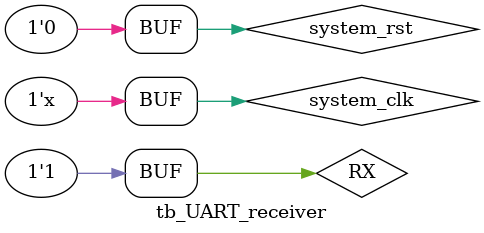
<source format=v>
`timescale 1ns / 1ps


module tb_UART_receiver(

    );
    reg system_clk;
    reg system_rst;
    reg RX;
    wire [7:0] data;
    wire data_en;
    wire corrupted;
    
    UART_receiver uut(system_clk,system_rst,RX,data,data_en,corrupted);
    
    always begin
        system_clk = ~system_clk; #5;
    end
    
    initial begin
        system_clk=1;
        system_rst=0;
        RX=0; #20; RX=1; #20;RX=1; #20;RX=1; #20;RX=1; #20;RX=0; #20;RX=0; #20;RX=0; #20;RX=0; #20;RX=0; #20;RX=1; #20;
    
    
    end
endmodule

</source>
